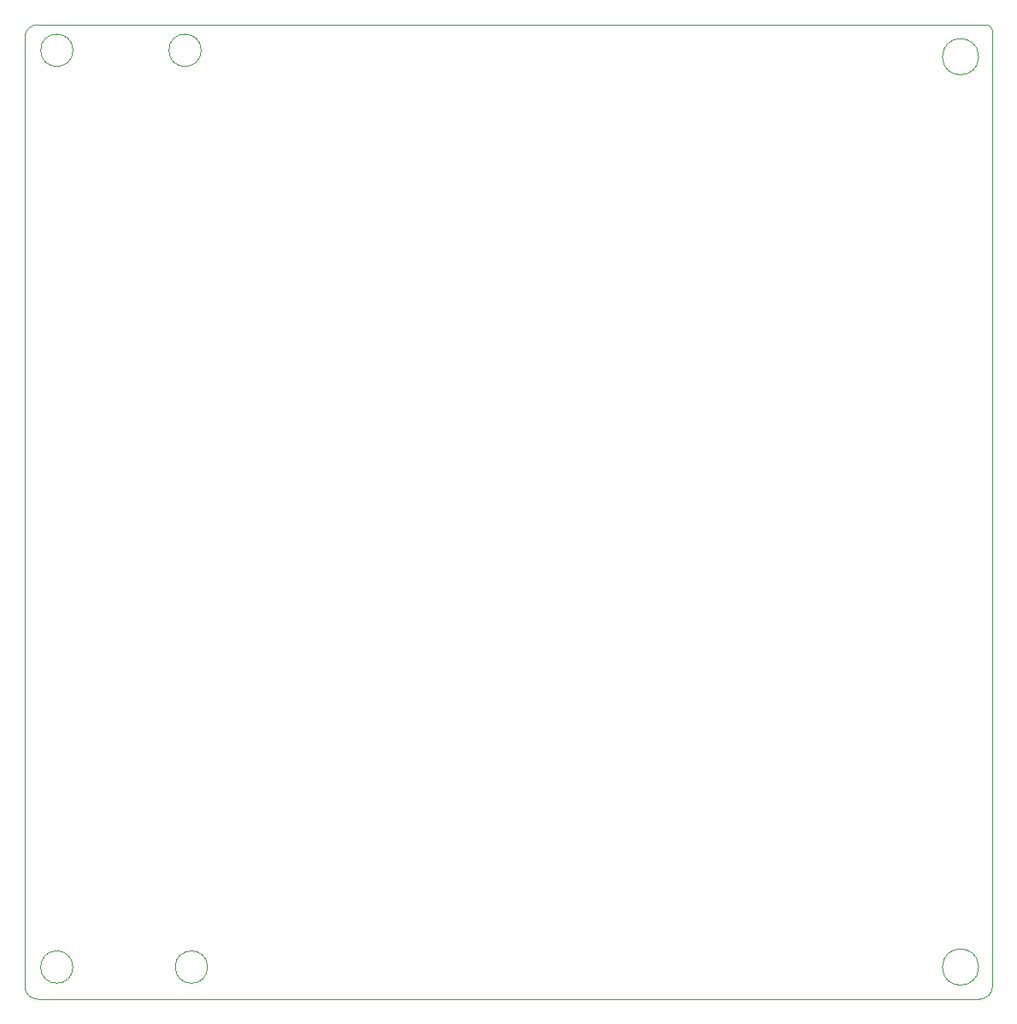
<source format=gm1>
%TF.GenerationSoftware,KiCad,Pcbnew,5.1.6*%
%TF.CreationDate,2020-07-15T14:58:38+10:00*%
%TF.ProjectId,macropad_v01,6d616372-6f70-4616-945f-7630312e6b69,rev?*%
%TF.SameCoordinates,Original*%
%TF.FileFunction,Profile,NP*%
%FSLAX46Y46*%
G04 Gerber Fmt 4.6, Leading zero omitted, Abs format (unit mm)*
G04 Created by KiCad (PCBNEW 5.1.6) date 2020-07-15 14:58:38*
%MOMM*%
%LPD*%
G01*
G04 APERTURE LIST*
%TA.AperFunction,Profile*%
%ADD10C,0.100000*%
%TD*%
G04 APERTURE END LIST*
D10*
X93040000Y-144145000D02*
G75*
G03*
X93040000Y-144145000I-1600000J0D01*
G01*
X105740000Y-53340000D02*
G75*
G03*
X105740000Y-53340000I-1600000J0D01*
G01*
X106375000Y-144145000D02*
G75*
G03*
X106375000Y-144145000I-1600000J0D01*
G01*
X182771051Y-53975000D02*
G75*
G03*
X182771051Y-53975000I-1796051J0D01*
G01*
X93040000Y-53340000D02*
G75*
G03*
X93040000Y-53340000I-1600000J0D01*
G01*
X182771051Y-144145000D02*
G75*
G03*
X182771051Y-144145000I-1796051J0D01*
G01*
X89535000Y-147320000D02*
X182880000Y-147320000D01*
X88265000Y-52070000D02*
X88265000Y-146050000D01*
X184150000Y-146050000D02*
X184150000Y-51435000D01*
X89535000Y-50800000D02*
X183515000Y-50800000D01*
X184150000Y-146050000D02*
G75*
G02*
X182880000Y-147320000I-1270000J0D01*
G01*
X183515000Y-50800000D02*
G75*
G02*
X184150000Y-51435000I0J-635000D01*
G01*
X88265000Y-52070000D02*
G75*
G02*
X89535000Y-50800000I1270000J0D01*
G01*
X89535000Y-147320000D02*
G75*
G02*
X88265000Y-146050000I0J1270000D01*
G01*
M02*

</source>
